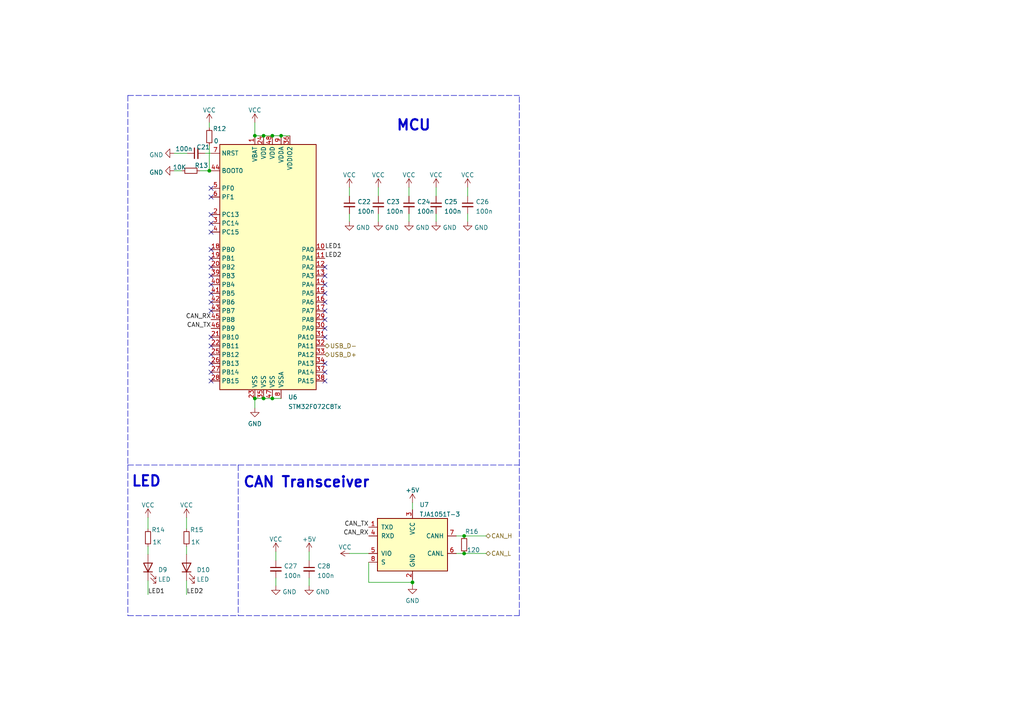
<source format=kicad_sch>
(kicad_sch (version 20211123) (generator eeschema)
  (paper "A4")
  (lib_symbols
    (symbol "Device:C_Small" (pin_numbers hide) (pin_names (offset 0.254) hide)
      (property "Reference" "C" (at 0.254 1.778 0))
      (property "Value" "C_Small" (at 0.254 -2.032 0))
      (symbol "C_Small_0_1"
        (polyline (pts (xy -1.524 -0.508) (xy 1.524 -0.508)) (stroke (width 0.3302)))
        (polyline (pts (xy -1.524 0.508) (xy 1.524 0.508)) (stroke (width 0.3048)))
      )
      (symbol "C_Small_1_1"
        (pin passive line (at 0 2.54 270) (length 2.032) (name "~") (number "1"))
        (pin passive line (at 0 -2.54 90) (length 2.032) (name "~") (number "2"))
      )
    )
    (symbol "Device:LED" (pin_numbers hide) (pin_names (offset 1.016) hide)
      (property "Reference" "D" (at 0 2.54 0))
      (property "Value" "LED" (at 0 -2.54 0))
      (symbol "LED_0_1"
        (polyline (pts (xy -1.27 -1.27) (xy -1.27 1.27)) (stroke (width 0.254)))
        (polyline (pts (xy -1.27 0) (xy 1.27 0)))
        (polyline (pts (xy 1.27 -1.27) (xy 1.27 1.27) (xy -1.27 0) (xy 1.27 -1.27)) (stroke (width 0.254)))
        (polyline (pts (xy -3.048 -0.762) (xy -4.572 -2.286) (xy -3.81 -2.286) (xy -4.572 -2.286) (xy -4.572 -1.524)))
        (polyline (pts (xy -1.778 -0.762) (xy -3.302 -2.286) (xy -2.54 -2.286) (xy -3.302 -2.286) (xy -3.302 -1.524)))
      )
      (symbol "LED_1_1"
        (pin passive line (at -3.81 0 0) (length 2.54) (name "K") (number "1"))
        (pin passive line (at 3.81 0 180) (length 2.54) (name "A") (number "2"))
      )
    )
    (symbol "Device:R_Small" (pin_numbers hide) (pin_names (offset 0.254) hide)
      (property "Reference" "R" (at 0.762 0.508 0))
      (property "Value" "R_Small" (at 0.762 -1.016 0))
      (symbol "R_Small_0_1"
        (rectangle (start -0.762 1.778) (end 0.762 -1.778) (stroke (width 0.2032)))
      )
      (symbol "R_Small_1_1"
        (pin passive line (at 0 2.54 270) (length 0.762) (name "~") (number "1"))
        (pin passive line (at 0 -2.54 90) (length 0.762) (name "~") (number "2"))
      )
    )
    (symbol "Interface_CAN_LIN:TJA1051T-3" (pin_names (offset 1.016))
      (property "Reference" "U" (at -10.16 8.89 0))
      (property "Value" "TJA1051T-3" (at 1.27 8.89 0))
      (symbol "TJA1051T-3_0_1"
        (rectangle (start -10.16 7.62) (end 10.16 -7.62) (stroke (width 0.254)) (fill (type background)))
      )
      (symbol "TJA1051T-3_1_1"
        (pin input line (at -12.7 5.08 0) (length 2.54) (name "TXD") (number "1"))
        (pin power_in line (at 0 -10.16 90) (length 2.54) (name "GND") (number "2"))
        (pin power_in line (at 0 10.16 270) (length 2.54) (name "VCC") (number "3"))
        (pin output line (at -12.7 2.54 0) (length 2.54) (name "RXD") (number "4"))
        (pin power_in line (at -12.7 -2.54 0) (length 2.54) (name "VIO") (number "5"))
        (pin bidirectional line (at 12.7 -2.54 180) (length 2.54) (name "CANL") (number "6"))
        (pin bidirectional line (at 12.7 2.54 180) (length 2.54) (name "CANH") (number "7"))
        (pin input line (at -12.7 -5.08 0) (length 2.54) (name "S") (number "8"))
      )
    )
    (symbol "MCU_ST_STM32F0:STM32F072C8Tx"
      (property "Reference" "U" (at -15.24 36.83 0))
      (property "Value" "STM32F072C8Tx" (at 7.62 36.83 0))
      (symbol "STM32F072C8Tx_0_1"
        (rectangle (start -15.24 -35.56) (end 12.7 35.56) (stroke (width 0.254)) (fill (type background)))
      )
      (symbol "STM32F072C8Tx_1_1"
        (pin power_in line (at -5.08 38.1 270) (length 2.54) (name "VBAT") (number "1"))
        (pin bidirectional line (at 15.24 5.08 180) (length 2.54) (name "PA0") (number "10"))
        (pin bidirectional line (at 15.24 2.54 180) (length 2.54) (name "PA1") (number "11"))
        (pin bidirectional line (at 15.24 0 180) (length 2.54) (name "PA2") (number "12"))
        (pin bidirectional line (at 15.24 -2.54 180) (length 2.54) (name "PA3") (number "13"))
        (pin bidirectional line (at 15.24 -5.08 180) (length 2.54) (name "PA4") (number "14"))
        (pin bidirectional line (at 15.24 -7.62 180) (length 2.54) (name "PA5") (number "15"))
        (pin bidirectional line (at 15.24 -10.16 180) (length 2.54) (name "PA6") (number "16"))
        (pin bidirectional line (at 15.24 -12.7 180) (length 2.54) (name "PA7") (number "17"))
        (pin bidirectional line (at -17.78 5.08 0) (length 2.54) (name "PB0") (number "18"))
        (pin bidirectional line (at -17.78 2.54 0) (length 2.54) (name "PB1") (number "19"))
        (pin bidirectional line (at -17.78 15.24 0) (length 2.54) (name "PC13") (number "2"))
        (pin bidirectional line (at -17.78 0 0) (length 2.54) (name "PB2") (number "20"))
        (pin bidirectional line (at -17.78 -20.32 0) (length 2.54) (name "PB10") (number "21"))
        (pin bidirectional line (at -17.78 -22.86 0) (length 2.54) (name "PB11") (number "22"))
        (pin power_in line (at -5.08 -38.1 90) (length 2.54) (name "VSS") (number "23"))
        (pin power_in line (at -2.54 38.1 270) (length 2.54) (name "VDD") (number "24"))
        (pin bidirectional line (at -17.78 -25.4 0) (length 2.54) (name "PB12") (number "25"))
        (pin bidirectional line (at -17.78 -27.94 0) (length 2.54) (name "PB13") (number "26"))
        (pin bidirectional line (at -17.78 -30.48 0) (length 2.54) (name "PB14") (number "27"))
        (pin bidirectional line (at -17.78 -33.02 0) (length 2.54) (name "PB15") (number "28"))
        (pin bidirectional line (at 15.24 -15.24 180) (length 2.54) (name "PA8") (number "29"))
        (pin bidirectional line (at -17.78 12.7 0) (length 2.54) (name "PC14") (number "3"))
        (pin bidirectional line (at 15.24 -17.78 180) (length 2.54) (name "PA9") (number "30"))
        (pin bidirectional line (at 15.24 -20.32 180) (length 2.54) (name "PA10") (number "31"))
        (pin bidirectional line (at 15.24 -22.86 180) (length 2.54) (name "PA11") (number "32"))
        (pin bidirectional line (at 15.24 -25.4 180) (length 2.54) (name "PA12") (number "33"))
        (pin bidirectional line (at 15.24 -27.94 180) (length 2.54) (name "PA13") (number "34"))
        (pin power_in line (at -2.54 -38.1 90) (length 2.54) (name "VSS") (number "35"))
        (pin power_in line (at 5.08 38.1 270) (length 2.54) (name "VDDIO2") (number "36"))
        (pin bidirectional line (at 15.24 -30.48 180) (length 2.54) (name "PA14") (number "37"))
        (pin bidirectional line (at 15.24 -33.02 180) (length 2.54) (name "PA15") (number "38"))
        (pin bidirectional line (at -17.78 -2.54 0) (length 2.54) (name "PB3") (number "39"))
        (pin bidirectional line (at -17.78 10.16 0) (length 2.54) (name "PC15") (number "4"))
        (pin bidirectional line (at -17.78 -5.08 0) (length 2.54) (name "PB4") (number "40"))
        (pin bidirectional line (at -17.78 -7.62 0) (length 2.54) (name "PB5") (number "41"))
        (pin bidirectional line (at -17.78 -10.16 0) (length 2.54) (name "PB6") (number "42"))
        (pin bidirectional line (at -17.78 -12.7 0) (length 2.54) (name "PB7") (number "43"))
        (pin input line (at -17.78 27.94 0) (length 2.54) (name "BOOT0") (number "44"))
        (pin bidirectional line (at -17.78 -15.24 0) (length 2.54) (name "PB8") (number "45"))
        (pin bidirectional line (at -17.78 -17.78 0) (length 2.54) (name "PB9") (number "46"))
        (pin power_in line (at 0 -38.1 90) (length 2.54) (name "VSS") (number "47"))
        (pin power_in line (at 0 38.1 270) (length 2.54) (name "VDD") (number "48"))
        (pin input line (at -17.78 22.86 0) (length 2.54) (name "PF0") (number "5"))
        (pin input line (at -17.78 20.32 0) (length 2.54) (name "PF1") (number "6"))
        (pin input line (at -17.78 33.02 0) (length 2.54) (name "NRST") (number "7"))
        (pin power_in line (at 2.54 -38.1 90) (length 2.54) (name "VSSA") (number "8"))
        (pin power_in line (at 2.54 38.1 270) (length 2.54) (name "VDDA") (number "9"))
      )
    )
    (symbol "power:+5V" (power) (pin_names (offset 0))
      (property "Value" "+5V" (at 0 3.556 0))
      (symbol "+5V_0_1"
        (polyline (pts (xy -0.762 1.27) (xy 0 2.54)))
        (polyline (pts (xy 0 0) (xy 0 2.54)))
        (polyline (pts (xy 0 2.54) (xy 0.762 1.27)))
      )
      (symbol "+5V_1_1"
        (pin power_in line (at 0 0 90) (length 0) hide (name "+5V") (number "1"))
      )
    )
    (symbol "power:GND" (power) (pin_names (offset 0))
      (property "Value" "GND" (at 0 -3.81 0))
      (symbol "GND_0_1"
        (polyline (pts (xy 0 0) (xy 0 -1.27) (xy 1.27 -1.27) (xy 0 -2.54) (xy -1.27 -1.27) (xy 0 -1.27)))
      )
      (symbol "GND_1_1"
        (pin power_in line (at 0 0 270) (length 0) hide (name "GND") (number "1"))
      )
    )
    (symbol "power:VCC" (power) (pin_names (offset 0))
      (property "Value" "VCC" (at 0 3.81 0))
      (symbol "VCC_0_1"
        (polyline (pts (xy -0.762 1.27) (xy 0 2.54)))
        (polyline (pts (xy 0 0) (xy 0 2.54)))
        (polyline (pts (xy 0 2.54) (xy 0.762 1.27)))
      )
      (symbol "VCC_1_1"
        (pin power_in line (at 0 0 90) (length 0) hide (name "VCC") (number "1"))
      )
    )
  )
  (junction (at 78.994 39.37))
  (junction (at 134.62 155.448))
  (junction (at 76.454 39.37))
  (junction (at 73.914 39.37))
  (junction (at 78.994 115.57))
  (junction (at 60.706 49.53))
  (junction (at 134.62 160.528))
  (junction (at 76.454 115.57))
  (junction (at 119.634 168.91))
  (junction (at 81.534 39.37))
  (junction (at 73.914 115.57))
  (no_connect (at 61.214 82.55))
  (no_connect (at 61.214 54.61))
  (no_connect (at 94.234 92.71))
  (no_connect (at 61.214 64.77))
  (no_connect (at 94.234 82.55))
  (no_connect (at 61.214 72.39))
  (no_connect (at 94.234 90.17))
  (no_connect (at 61.214 62.23))
  (no_connect (at 94.234 110.49))
  (no_connect (at 94.234 105.41))
  (no_connect (at 61.214 67.31))
  (no_connect (at 61.214 90.17))
  (no_connect (at 61.214 85.09))
  (no_connect (at 94.234 97.79))
  (no_connect (at 61.214 57.15))
  (no_connect (at 61.214 77.47))
  (no_connect (at 61.214 80.01))
  (no_connect (at 61.214 100.33))
  (no_connect (at 94.234 95.25))
  (no_connect (at 94.234 80.01))
  (no_connect (at 61.214 110.49))
  (no_connect (at 94.234 77.47))
  (no_connect (at 61.214 87.63))
  (no_connect (at 61.214 97.79))
  (no_connect (at 94.234 107.95))
  (no_connect (at 94.234 87.63))
  (no_connect (at 94.234 85.09))
  (no_connect (at 61.214 105.41))
  (no_connect (at 61.214 107.95))
  (no_connect (at 61.214 74.93))
  (no_connect (at 61.214 102.87))
  (wire (pts (xy 101.346 160.528) (xy 106.934 160.528)))
  (wire (pts (xy 101.346 54.356) (xy 101.346 56.896)))
  (wire (pts (xy 42.926 150.114) (xy 42.926 153.416)))
  (polyline (pts (xy 37.084 27.686) (xy 150.622 27.686)))
  (wire (pts (xy 132.334 155.448) (xy 134.62 155.448)))
  (polyline (pts (xy 150.622 178.562) (xy 150.622 134.874)))
  (wire (pts (xy 73.914 115.57) (xy 73.914 118.364)))
  (wire (pts (xy 134.62 155.448) (xy 140.97 155.448)))
  (wire (pts (xy 54.102 150.114) (xy 54.102 153.416)))
  (wire (pts (xy 57.912 49.53) (xy 60.706 49.53)))
  (wire (pts (xy 76.454 39.37) (xy 78.994 39.37)))
  (wire (pts (xy 60.706 49.53) (xy 61.214 49.53)))
  (wire (pts (xy 78.994 115.57) (xy 81.534 115.57)))
  (wire (pts (xy 50.546 49.53) (xy 52.832 49.53)))
  (wire (pts (xy 126.492 54.356) (xy 126.492 56.896)))
  (wire (pts (xy 119.634 168.148) (xy 119.634 168.91)))
  (wire (pts (xy 73.914 115.57) (xy 76.454 115.57)))
  (wire (pts (xy 101.346 61.976) (xy 101.346 64.262)))
  (wire (pts (xy 118.618 61.976) (xy 118.618 64.262)))
  (wire (pts (xy 106.934 168.91) (xy 119.634 168.91)))
  (wire (pts (xy 109.728 54.356) (xy 109.728 56.896)))
  (wire (pts (xy 119.634 168.91) (xy 119.634 169.672)))
  (polyline (pts (xy 37.084 27.686) (xy 37.084 134.874)))
  (wire (pts (xy 81.534 39.37) (xy 84.074 39.37)))
  (wire (pts (xy 73.914 39.37) (xy 76.454 39.37)))
  (wire (pts (xy 50.546 44.45) (xy 54.356 44.45)))
  (wire (pts (xy 135.636 61.976) (xy 135.636 64.262)))
  (wire (pts (xy 106.934 163.068) (xy 106.934 168.91)))
  (wire (pts (xy 132.334 160.528) (xy 134.62 160.528)))
  (wire (pts (xy 59.436 44.45) (xy 61.214 44.45)))
  (wire (pts (xy 119.634 145.796) (xy 119.634 147.828)))
  (wire (pts (xy 134.62 160.528) (xy 140.97 160.528)))
  (wire (pts (xy 76.454 115.57) (xy 78.994 115.57)))
  (wire (pts (xy 78.994 39.37) (xy 81.534 39.37)))
  (polyline (pts (xy 37.084 134.874) (xy 150.622 134.874)))
  (wire (pts (xy 42.926 168.402) (xy 42.926 172.466)))
  (wire (pts (xy 73.914 35.56) (xy 73.914 39.37)))
  (wire (pts (xy 60.706 35.56) (xy 60.706 37.084)))
  (wire (pts (xy 118.618 54.356) (xy 118.618 56.896)))
  (wire (pts (xy 89.662 167.64) (xy 89.662 169.926)))
  (wire (pts (xy 80.01 167.64) (xy 80.01 169.926)))
  (wire (pts (xy 89.662 160.02) (xy 89.662 162.56)))
  (wire (pts (xy 54.102 168.402) (xy 54.102 172.466)))
  (wire (pts (xy 135.636 54.356) (xy 135.636 56.896)))
  (wire (pts (xy 54.102 158.496) (xy 54.102 160.782)))
  (wire (pts (xy 126.492 61.976) (xy 126.492 64.262)))
  (polyline (pts (xy 69.088 134.874) (xy 69.088 178.562)))
  (wire (pts (xy 109.728 61.976) (xy 109.728 64.262)))
  (wire (pts (xy 80.01 160.02) (xy 80.01 162.56)))
  (polyline (pts (xy 150.622 134.874) (xy 150.622 27.686)))
  (wire (pts (xy 42.926 158.496) (xy 42.926 160.782)))
  (wire (pts (xy 60.706 42.164) (xy 60.706 49.53)))
  (polyline (pts (xy 37.084 178.562) (xy 150.622 178.562)))
  (polyline (pts (xy 37.084 134.874) (xy 37.084 178.562)))
  (text "MCU" (at 114.808 38.227 0) (effects (font (size 3 3) (thickness 0.6) bold) (justify left bottom)))
  (text "LED" (at 37.973 141.478 0) (effects (font (size 3 3) (thickness 0.6) bold) (justify left bottom)))
  (text "CAN Transceiver" (at 70.358 141.732 0) (effects (font (size 3 3) (thickness 0.6) bold) (justify left bottom)))
  (label "LED2" (at 54.102 172.466 0))
  (label "CAN_RX" (at 106.934 155.448 180))
  (label "LED1" (at 94.234 72.39 0))
  (label "CAN_TX" (at 106.934 152.908 180))
  (label "LED1" (at 42.926 172.466 0))
  (label "LED2" (at 94.234 74.93 0))
  (label "CAN_RX" (at 61.214 92.71 180))
  (label "CAN_TX" (at 61.214 95.25 180))
  (hierarchical_label "USB_D-" (shape bidirectional) (at 94.234 100.33 0))
  (hierarchical_label "CAN_H" (shape bidirectional) (at 140.97 155.448 0))
  (hierarchical_label "CAN_L" (shape bidirectional) (at 140.97 160.528 0))
  (hierarchical_label "USB_D+" (shape bidirectional) (at 94.234 102.87 0))
  (symbol (lib_id "power:+5V") (at 89.662 160.02 0) (unit 1)
    (property "Reference" "#PWR082" (effects hide))
    (property "Value" "+5V" (at 89.662 156.4155 0))
  )
  (symbol (lib_id "power:VCC") (at 101.346 160.528 90) (mirror x) (unit 1)
    (property "Reference" "#PWR083" (effects hide))
    (property "Value" "VCC" (at 100.076 158.7015 90))
  )
  (symbol (lib_id "power:VCC") (at 109.728 54.356 0) (unit 1)
    (property "Reference" "#PWR068" (effects hide))
    (property "Value" "VCC" (at 109.728 50.7515 0))
  )
  (symbol (lib_id "power:GND") (at 118.618 64.262 0) (unit 1)
    (property "Reference" "#PWR074" (effects hide))
    (property "Value" "GND" (at 120.523 66.011 0) (effects (justify left)))
  )
  (symbol (lib_id "MCU_ST_STM32F0:STM32F072C8Tx") (at 78.994 77.47 0) (unit 1)
    (property "Reference" "U6" (at 83.5534 115.1795 0) (effects (justify left)))
    (property "Value" "STM32F072C8Tx" (at 83.5534 117.9546 0) (effects (justify left)))
    (property "Footprint" "Package_QFP:LQFP-48_7x7mm_P0.5mm" (effects hide))
    (property "Datasheet" "http://www.st.com/st-web-ui/static/active/en/resource/technical/document/datasheet/DM00090510.pdf" (effects hide))
  )
  (symbol (lib_id "Device:R_Small") (at 42.926 155.956 180) (unit 1)
    (property "Reference" "R14" (at 43.942 153.67 0) (effects (justify right)))
    (property "Value" "1K" (at 44.196 157.226 0) (effects (justify right)))
    (property "Footprint" "Resistor_SMD:R_0603_1608Metric" (effects hide))
  )
  (symbol (lib_id "Device:C_Small") (at 126.492 59.436 0) (unit 1)
    (property "Reference" "C25" (at 128.8161 58.5338 0) (effects (justify left)))
    (property "Value" "100n" (at 128.8161 61.3089 0) (effects (justify left)))
    (property "Footprint" "Capacitor_SMD:C_0603_1608Metric" (effects hide))
  )
  (symbol (lib_id "power:GND") (at 80.01 169.926 0) (unit 1)
    (property "Reference" "#PWR085" (effects hide))
    (property "Value" "GND" (at 81.915 171.675 0) (effects (justify left)))
  )
  (symbol (lib_id "Device:LED") (at 54.102 164.592 90) (unit 1)
    (property "Reference" "D10" (at 57.023 165.271 90) (effects (justify right)))
    (property "Value" "LED" (at 57.023 168.0461 90) (effects (justify right)))
    (property "Footprint" "LED_SMD:LED_0603_1608Metric" (effects hide))
  )
  (symbol (lib_id "power:GND") (at 101.346 64.262 0) (unit 1)
    (property "Reference" "#PWR072" (effects hide))
    (property "Value" "GND" (at 103.251 66.011 0) (effects (justify left)))
  )
  (symbol (lib_id "power:VCC") (at 118.618 54.356 0) (unit 1)
    (property "Reference" "#PWR069" (effects hide))
    (property "Value" "VCC" (at 118.618 50.7515 0))
  )
  (symbol (lib_id "Device:C_Small") (at 109.728 59.436 0) (unit 1)
    (property "Reference" "C23" (at 112.0521 58.5338 0) (effects (justify left)))
    (property "Value" "100n" (at 112.0521 61.3089 0) (effects (justify left)))
    (property "Footprint" "Capacitor_SMD:C_0603_1608Metric" (effects hide))
  )
  (symbol (lib_id "power:VCC") (at 126.492 54.356 0) (unit 1)
    (property "Reference" "#PWR070" (effects hide))
    (property "Value" "VCC" (at 126.492 50.7515 0))
  )
  (symbol (lib_id "power:GND") (at 119.634 169.672 0) (unit 1)
    (property "Reference" "#PWR084" (effects hide))
    (property "Value" "GND" (at 119.634 174.2345 0))
  )
  (symbol (lib_id "power:VCC") (at 101.346 54.356 0) (unit 1)
    (property "Reference" "#PWR067" (effects hide))
    (property "Value" "VCC" (at 101.346 50.7515 0))
  )
  (symbol (lib_id "Device:C_Small") (at 80.01 165.1 0) (unit 1)
    (property "Reference" "C27" (at 82.3341 164.1978 0) (effects (justify left)))
    (property "Value" "100n" (at 82.3341 166.9729 0) (effects (justify left)))
    (property "Footprint" "Capacitor_SMD:C_0603_1608Metric" (effects hide))
  )
  (symbol (lib_id "power:VCC") (at 135.636 54.356 0) (unit 1)
    (property "Reference" "#PWR071" (effects hide))
    (property "Value" "VCC" (at 135.636 50.7515 0))
  )
  (symbol (lib_id "Device:C_Small") (at 89.662 165.1 0) (unit 1)
    (property "Reference" "C28" (at 91.9861 164.1978 0) (effects (justify left)))
    (property "Value" "100n" (at 91.9861 166.9729 0) (effects (justify left)))
    (property "Footprint" "Capacitor_SMD:C_0603_1608Metric" (effects hide))
  )
  (symbol (lib_id "Device:R_Small") (at 134.62 157.988 0) (unit 1)
    (property "Reference" "R16" (at 134.874 154.178 0) (effects (justify left)))
    (property "Value" "120" (at 135.382 159.512 0) (effects (justify left)))
    (property "Footprint" "Resistor_SMD:R_0603_1608Metric" (effects hide))
  )
  (symbol (lib_id "Device:LED") (at 42.926 164.592 90) (unit 1)
    (property "Reference" "D9" (at 45.847 165.271 90) (effects (justify right)))
    (property "Value" "LED" (at 45.847 168.0461 90) (effects (justify right)))
    (property "Footprint" "LED_SMD:LED_0603_1608Metric" (effects hide))
  )
  (symbol (lib_id "power:GND") (at 135.636 64.262 0) (unit 1)
    (property "Reference" "#PWR076" (effects hide))
    (property "Value" "GND" (at 137.541 66.011 0) (effects (justify left)))
  )
  (symbol (lib_id "power:VCC") (at 73.914 35.56 0) (unit 1)
    (property "Reference" "#PWR064" (effects hide))
    (property "Value" "VCC" (at 73.914 31.9555 0))
  )
  (symbol (lib_id "Interface_CAN_LIN:TJA1051T-3") (at 119.634 157.988 0) (unit 1)
    (property "Reference" "U7" (at 121.6534 146.4015 0) (effects (justify left)))
    (property "Value" "TJA1051T-3" (at 121.6534 149.1766 0) (effects (justify left)))
    (property "Footprint" "Package_SO:SOIC-8_3.9x4.9mm_P1.27mm" (effects hide))
    (property "Datasheet" "http://www.nxp.com/documents/data_sheet/TJA1051.pdf" (effects hide))
  )
  (symbol (lib_id "power:GND") (at 50.546 44.45 270) (unit 1)
    (property "Reference" "#PWR065" (effects hide))
    (property "Value" "GND" (at 47.3711 44.929 90) (effects (justify right)))
  )
  (symbol (lib_id "Device:R_Small") (at 54.102 155.956 180) (unit 1)
    (property "Reference" "R15" (at 55.118 153.67 0) (effects (justify right)))
    (property "Value" "1K" (at 55.372 157.226 0) (effects (justify right)))
    (property "Footprint" "Resistor_SMD:R_0603_1608Metric" (effects hide))
  )
  (symbol (lib_id "Device:C_Small") (at 135.636 59.436 0) (unit 1)
    (property "Reference" "C26" (at 137.9601 58.5338 0) (effects (justify left)))
    (property "Value" "100n" (at 137.9601 61.3089 0) (effects (justify left)))
    (property "Footprint" "Capacitor_SMD:C_0603_1608Metric" (effects hide))
  )
  (symbol (lib_id "power:VCC") (at 60.706 35.56 0) (unit 1)
    (property "Reference" "#PWR063" (effects hide))
    (property "Value" "VCC" (at 60.706 31.9555 0))
  )
  (symbol (lib_id "power:VCC") (at 54.102 150.114 0) (unit 1)
    (property "Reference" "#PWR080" (effects hide))
    (property "Value" "VCC" (at 54.102 146.5095 0))
  )
  (symbol (lib_id "Device:C_Small") (at 56.896 44.45 90) (unit 1)
    (property "Reference" "C21" (at 58.928 42.672 90))
    (property "Value" "100n" (at 53.34 43.18 90))
    (property "Footprint" "Capacitor_SMD:C_0603_1608Metric" (effects hide))
  )
  (symbol (lib_id "Device:C_Small") (at 101.346 59.436 0) (unit 1)
    (property "Reference" "C22" (at 103.6701 58.5338 0) (effects (justify left)))
    (property "Value" "100n" (at 103.6701 61.3089 0) (effects (justify left)))
    (property "Footprint" "Capacitor_SMD:C_0603_1608Metric" (effects hide))
  )
  (symbol (lib_id "Device:C_Small") (at 118.618 59.436 0) (unit 1)
    (property "Reference" "C24" (at 120.9421 58.5338 0) (effects (justify left)))
    (property "Value" "100n" (at 120.9421 61.3089 0) (effects (justify left)))
    (property "Footprint" "Capacitor_SMD:C_0603_1608Metric" (effects hide))
  )
  (symbol (lib_id "power:GND") (at 73.914 118.364 0) (unit 1)
    (property "Reference" "#PWR077" (effects hide))
    (property "Value" "GND" (at 73.914 122.9265 0))
  )
  (symbol (lib_id "Device:R_Small") (at 60.706 39.624 180) (unit 1)
    (property "Reference" "R12" (at 61.722 37.338 0) (effects (justify right)))
    (property "Value" "0" (at 61.976 40.894 0) (effects (justify right)))
    (property "Footprint" "Resistor_SMD:R_0603_1608Metric" (effects hide))
  )
  (symbol (lib_id "Device:R_Small") (at 55.372 49.53 90) (unit 1)
    (property "Reference" "R13" (at 58.42 48.006 90))
    (property "Value" "10K" (at 52.07 48.514 90))
    (property "Footprint" "Resistor_SMD:R_0603_1608Metric" (effects hide))
  )
  (symbol (lib_id "power:GND") (at 50.546 49.53 270) (unit 1)
    (property "Reference" "#PWR066" (effects hide))
    (property "Value" "GND" (at 47.3711 50.009 90) (effects (justify right)))
  )
  (symbol (lib_id "power:GND") (at 109.728 64.262 0) (unit 1)
    (property "Reference" "#PWR073" (effects hide))
    (property "Value" "GND" (at 111.633 66.011 0) (effects (justify left)))
  )
  (symbol (lib_id "power:+5V") (at 119.634 145.796 0) (unit 1)
    (property "Reference" "#PWR078" (effects hide))
    (property "Value" "+5V" (at 119.634 142.1915 0))
  )
  (symbol (lib_id "power:GND") (at 126.492 64.262 0) (unit 1)
    (property "Reference" "#PWR075" (effects hide))
    (property "Value" "GND" (at 128.397 66.011 0) (effects (justify left)))
  )
  (symbol (lib_id "power:VCC") (at 80.01 160.02 0) (unit 1)
    (property "Reference" "#PWR081" (effects hide))
    (property "Value" "VCC" (at 80.01 156.4155 0))
  )
  (symbol (lib_id "power:GND") (at 89.662 169.926 0) (unit 1)
    (property "Reference" "#PWR086" (effects hide))
    (property "Value" "GND" (at 91.567 171.675 0) (effects (justify left)))
  )
  (symbol (lib_id "power:VCC") (at 42.926 150.114 0) (unit 1)
    (property "Reference" "#PWR079" (effects hide))
    (property "Value" "VCC" (at 42.926 146.5095 0))
  )
)
</source>
